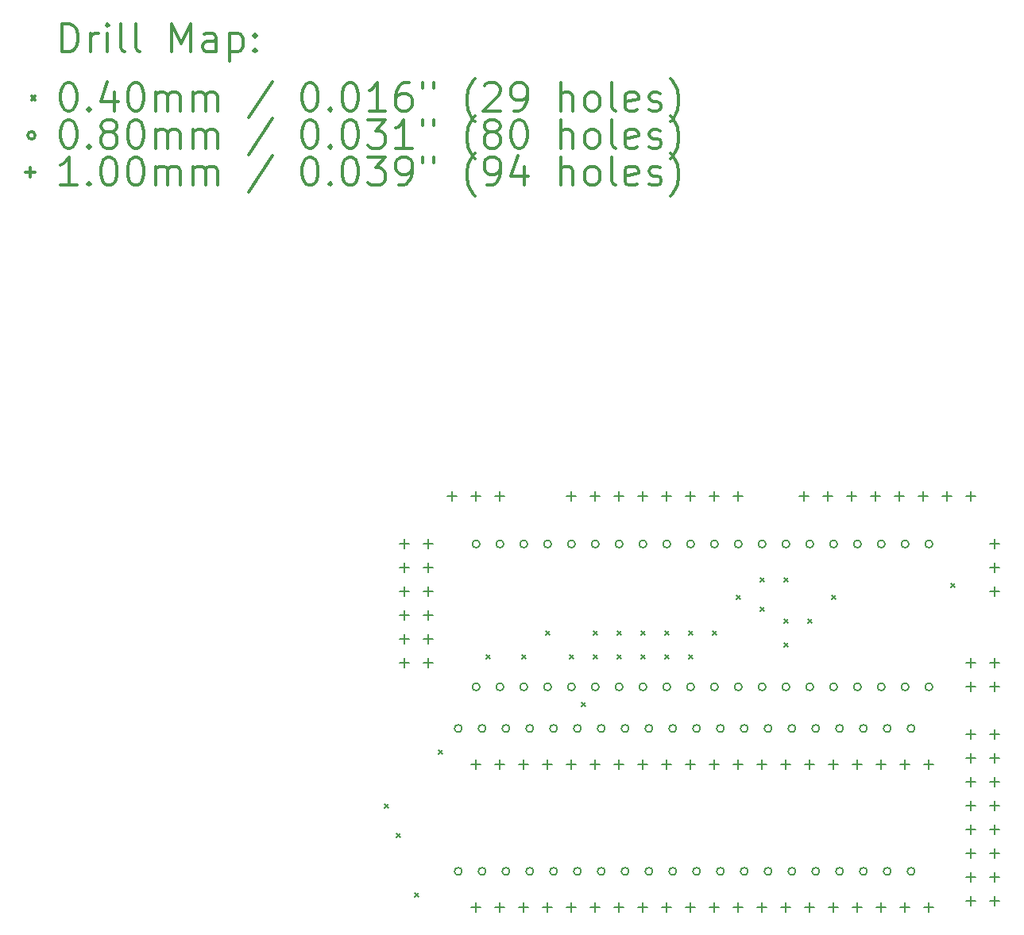
<source format=gbr>
%FSLAX45Y45*%
G04 Gerber Fmt 4.5, Leading zero omitted, Abs format (unit mm)*
G04 Created by KiCad (PCBNEW 5.0.2-bee76a0~70~ubuntu16.04.1) date nie, 9 cze 2019, 20:50:37*
%MOMM*%
%LPD*%
G01*
G04 APERTURE LIST*
%ADD10C,0.200000*%
%ADD11C,0.300000*%
G04 APERTURE END LIST*
D10*
X3726500Y-8489000D02*
X3766500Y-8529000D01*
X3766500Y-8489000D02*
X3726500Y-8529000D01*
X3853500Y-8806500D02*
X3893500Y-8846500D01*
X3893500Y-8806500D02*
X3853500Y-8846500D01*
X4044000Y-9441500D02*
X4084000Y-9481500D01*
X4084000Y-9441500D02*
X4044000Y-9481500D01*
X4298000Y-7917500D02*
X4338000Y-7957500D01*
X4338000Y-7917500D02*
X4298000Y-7957500D01*
X4806000Y-6901500D02*
X4846000Y-6941500D01*
X4846000Y-6901500D02*
X4806000Y-6941500D01*
X5187000Y-6901500D02*
X5227000Y-6941500D01*
X5227000Y-6901500D02*
X5187000Y-6941500D01*
X5441000Y-6647500D02*
X5481000Y-6687500D01*
X5481000Y-6647500D02*
X5441000Y-6687500D01*
X5695000Y-6901500D02*
X5735000Y-6941500D01*
X5735000Y-6901500D02*
X5695000Y-6941500D01*
X5822000Y-7409500D02*
X5862000Y-7449500D01*
X5862000Y-7409500D02*
X5822000Y-7449500D01*
X5949000Y-6647500D02*
X5989000Y-6687500D01*
X5989000Y-6647500D02*
X5949000Y-6687500D01*
X5949000Y-6901500D02*
X5989000Y-6941500D01*
X5989000Y-6901500D02*
X5949000Y-6941500D01*
X6203000Y-6647500D02*
X6243000Y-6687500D01*
X6243000Y-6647500D02*
X6203000Y-6687500D01*
X6203000Y-6901500D02*
X6243000Y-6941500D01*
X6243000Y-6901500D02*
X6203000Y-6941500D01*
X6457000Y-6647500D02*
X6497000Y-6687500D01*
X6497000Y-6647500D02*
X6457000Y-6687500D01*
X6457000Y-6901500D02*
X6497000Y-6941500D01*
X6497000Y-6901500D02*
X6457000Y-6941500D01*
X6711000Y-6647500D02*
X6751000Y-6687500D01*
X6751000Y-6647500D02*
X6711000Y-6687500D01*
X6711000Y-6901500D02*
X6751000Y-6941500D01*
X6751000Y-6901500D02*
X6711000Y-6941500D01*
X6965000Y-6647500D02*
X7005000Y-6687500D01*
X7005000Y-6647500D02*
X6965000Y-6687500D01*
X6965000Y-6901500D02*
X7005000Y-6941500D01*
X7005000Y-6901500D02*
X6965000Y-6941500D01*
X7219000Y-6647500D02*
X7259000Y-6687500D01*
X7259000Y-6647500D02*
X7219000Y-6687500D01*
X7473000Y-6266500D02*
X7513000Y-6306500D01*
X7513000Y-6266500D02*
X7473000Y-6306500D01*
X7727000Y-6076000D02*
X7767000Y-6116000D01*
X7767000Y-6076000D02*
X7727000Y-6116000D01*
X7727000Y-6393500D02*
X7767000Y-6433500D01*
X7767000Y-6393500D02*
X7727000Y-6433500D01*
X7981000Y-6076000D02*
X8021000Y-6116000D01*
X8021000Y-6076000D02*
X7981000Y-6116000D01*
X7981000Y-6520500D02*
X8021000Y-6560500D01*
X8021000Y-6520500D02*
X7981000Y-6560500D01*
X7981000Y-6774500D02*
X8021000Y-6814500D01*
X8021000Y-6774500D02*
X7981000Y-6814500D01*
X8235000Y-6520500D02*
X8275000Y-6560500D01*
X8275000Y-6520500D02*
X8235000Y-6560500D01*
X8489000Y-6266500D02*
X8529000Y-6306500D01*
X8529000Y-6266500D02*
X8489000Y-6306500D01*
X9759000Y-6139500D02*
X9799000Y-6179500D01*
X9799000Y-6139500D02*
X9759000Y-6179500D01*
X4548500Y-7683500D02*
G75*
G03X4548500Y-7683500I-40000J0D01*
G01*
X4548500Y-9207500D02*
G75*
G03X4548500Y-9207500I-40000J0D01*
G01*
X4802500Y-7683500D02*
G75*
G03X4802500Y-7683500I-40000J0D01*
G01*
X4802500Y-9207500D02*
G75*
G03X4802500Y-9207500I-40000J0D01*
G01*
X5056500Y-7683500D02*
G75*
G03X5056500Y-7683500I-40000J0D01*
G01*
X5056500Y-9207500D02*
G75*
G03X5056500Y-9207500I-40000J0D01*
G01*
X5310500Y-7683500D02*
G75*
G03X5310500Y-7683500I-40000J0D01*
G01*
X5310500Y-9207500D02*
G75*
G03X5310500Y-9207500I-40000J0D01*
G01*
X5564500Y-7683500D02*
G75*
G03X5564500Y-7683500I-40000J0D01*
G01*
X5564500Y-9207500D02*
G75*
G03X5564500Y-9207500I-40000J0D01*
G01*
X5818500Y-7683500D02*
G75*
G03X5818500Y-7683500I-40000J0D01*
G01*
X5818500Y-9207500D02*
G75*
G03X5818500Y-9207500I-40000J0D01*
G01*
X6072500Y-7683500D02*
G75*
G03X6072500Y-7683500I-40000J0D01*
G01*
X6072500Y-9207500D02*
G75*
G03X6072500Y-9207500I-40000J0D01*
G01*
X6326500Y-7683500D02*
G75*
G03X6326500Y-7683500I-40000J0D01*
G01*
X6326500Y-9207500D02*
G75*
G03X6326500Y-9207500I-40000J0D01*
G01*
X6580500Y-7683500D02*
G75*
G03X6580500Y-7683500I-40000J0D01*
G01*
X6580500Y-9207500D02*
G75*
G03X6580500Y-9207500I-40000J0D01*
G01*
X6834500Y-7683500D02*
G75*
G03X6834500Y-7683500I-40000J0D01*
G01*
X6834500Y-9207500D02*
G75*
G03X6834500Y-9207500I-40000J0D01*
G01*
X7088500Y-7683500D02*
G75*
G03X7088500Y-7683500I-40000J0D01*
G01*
X7088500Y-9207500D02*
G75*
G03X7088500Y-9207500I-40000J0D01*
G01*
X7342500Y-7683500D02*
G75*
G03X7342500Y-7683500I-40000J0D01*
G01*
X7342500Y-9207500D02*
G75*
G03X7342500Y-9207500I-40000J0D01*
G01*
X7596500Y-7683500D02*
G75*
G03X7596500Y-7683500I-40000J0D01*
G01*
X7596500Y-9207500D02*
G75*
G03X7596500Y-9207500I-40000J0D01*
G01*
X7850500Y-7683500D02*
G75*
G03X7850500Y-7683500I-40000J0D01*
G01*
X7850500Y-9207500D02*
G75*
G03X7850500Y-9207500I-40000J0D01*
G01*
X8104500Y-7683500D02*
G75*
G03X8104500Y-7683500I-40000J0D01*
G01*
X8104500Y-9207500D02*
G75*
G03X8104500Y-9207500I-40000J0D01*
G01*
X8358500Y-7683500D02*
G75*
G03X8358500Y-7683500I-40000J0D01*
G01*
X8358500Y-9207500D02*
G75*
G03X8358500Y-9207500I-40000J0D01*
G01*
X8612500Y-7683500D02*
G75*
G03X8612500Y-7683500I-40000J0D01*
G01*
X8612500Y-9207500D02*
G75*
G03X8612500Y-9207500I-40000J0D01*
G01*
X8866500Y-7683500D02*
G75*
G03X8866500Y-7683500I-40000J0D01*
G01*
X8866500Y-9207500D02*
G75*
G03X8866500Y-9207500I-40000J0D01*
G01*
X9120500Y-7683500D02*
G75*
G03X9120500Y-7683500I-40000J0D01*
G01*
X9120500Y-9207500D02*
G75*
G03X9120500Y-9207500I-40000J0D01*
G01*
X9374500Y-7683500D02*
G75*
G03X9374500Y-7683500I-40000J0D01*
G01*
X9374500Y-9207500D02*
G75*
G03X9374500Y-9207500I-40000J0D01*
G01*
X4739000Y-5715000D02*
G75*
G03X4739000Y-5715000I-40000J0D01*
G01*
X4739000Y-7239000D02*
G75*
G03X4739000Y-7239000I-40000J0D01*
G01*
X4993000Y-5715000D02*
G75*
G03X4993000Y-5715000I-40000J0D01*
G01*
X4993000Y-7239000D02*
G75*
G03X4993000Y-7239000I-40000J0D01*
G01*
X5247000Y-5715000D02*
G75*
G03X5247000Y-5715000I-40000J0D01*
G01*
X5247000Y-7239000D02*
G75*
G03X5247000Y-7239000I-40000J0D01*
G01*
X5501000Y-5715000D02*
G75*
G03X5501000Y-5715000I-40000J0D01*
G01*
X5501000Y-7239000D02*
G75*
G03X5501000Y-7239000I-40000J0D01*
G01*
X5755000Y-5715000D02*
G75*
G03X5755000Y-5715000I-40000J0D01*
G01*
X5755000Y-7239000D02*
G75*
G03X5755000Y-7239000I-40000J0D01*
G01*
X6009000Y-5715000D02*
G75*
G03X6009000Y-5715000I-40000J0D01*
G01*
X6009000Y-7239000D02*
G75*
G03X6009000Y-7239000I-40000J0D01*
G01*
X6263000Y-5715000D02*
G75*
G03X6263000Y-5715000I-40000J0D01*
G01*
X6263000Y-7239000D02*
G75*
G03X6263000Y-7239000I-40000J0D01*
G01*
X6517000Y-5715000D02*
G75*
G03X6517000Y-5715000I-40000J0D01*
G01*
X6517000Y-7239000D02*
G75*
G03X6517000Y-7239000I-40000J0D01*
G01*
X6771000Y-5715000D02*
G75*
G03X6771000Y-5715000I-40000J0D01*
G01*
X6771000Y-7239000D02*
G75*
G03X6771000Y-7239000I-40000J0D01*
G01*
X7025000Y-5715000D02*
G75*
G03X7025000Y-5715000I-40000J0D01*
G01*
X7025000Y-7239000D02*
G75*
G03X7025000Y-7239000I-40000J0D01*
G01*
X7279000Y-5715000D02*
G75*
G03X7279000Y-5715000I-40000J0D01*
G01*
X7279000Y-7239000D02*
G75*
G03X7279000Y-7239000I-40000J0D01*
G01*
X7533000Y-5715000D02*
G75*
G03X7533000Y-5715000I-40000J0D01*
G01*
X7533000Y-7239000D02*
G75*
G03X7533000Y-7239000I-40000J0D01*
G01*
X7787000Y-5715000D02*
G75*
G03X7787000Y-5715000I-40000J0D01*
G01*
X7787000Y-7239000D02*
G75*
G03X7787000Y-7239000I-40000J0D01*
G01*
X8041000Y-5715000D02*
G75*
G03X8041000Y-5715000I-40000J0D01*
G01*
X8041000Y-7239000D02*
G75*
G03X8041000Y-7239000I-40000J0D01*
G01*
X8295000Y-5715000D02*
G75*
G03X8295000Y-5715000I-40000J0D01*
G01*
X8295000Y-7239000D02*
G75*
G03X8295000Y-7239000I-40000J0D01*
G01*
X8549000Y-5715000D02*
G75*
G03X8549000Y-5715000I-40000J0D01*
G01*
X8549000Y-7239000D02*
G75*
G03X8549000Y-7239000I-40000J0D01*
G01*
X8803000Y-5715000D02*
G75*
G03X8803000Y-5715000I-40000J0D01*
G01*
X8803000Y-7239000D02*
G75*
G03X8803000Y-7239000I-40000J0D01*
G01*
X9057000Y-5715000D02*
G75*
G03X9057000Y-5715000I-40000J0D01*
G01*
X9057000Y-7239000D02*
G75*
G03X9057000Y-7239000I-40000J0D01*
G01*
X9311000Y-5715000D02*
G75*
G03X9311000Y-5715000I-40000J0D01*
G01*
X9311000Y-7239000D02*
G75*
G03X9311000Y-7239000I-40000J0D01*
G01*
X9565000Y-5715000D02*
G75*
G03X9565000Y-5715000I-40000J0D01*
G01*
X9565000Y-7239000D02*
G75*
G03X9565000Y-7239000I-40000J0D01*
G01*
X3937000Y-5665000D02*
X3937000Y-5765000D01*
X3887000Y-5715000D02*
X3987000Y-5715000D01*
X3937000Y-5919000D02*
X3937000Y-6019000D01*
X3887000Y-5969000D02*
X3987000Y-5969000D01*
X3937000Y-6173000D02*
X3937000Y-6273000D01*
X3887000Y-6223000D02*
X3987000Y-6223000D01*
X3937000Y-6427000D02*
X3937000Y-6527000D01*
X3887000Y-6477000D02*
X3987000Y-6477000D01*
X3937000Y-6681000D02*
X3937000Y-6781000D01*
X3887000Y-6731000D02*
X3987000Y-6731000D01*
X3937000Y-6935000D02*
X3937000Y-7035000D01*
X3887000Y-6985000D02*
X3987000Y-6985000D01*
X4191000Y-5665000D02*
X4191000Y-5765000D01*
X4141000Y-5715000D02*
X4241000Y-5715000D01*
X4191000Y-5919000D02*
X4191000Y-6019000D01*
X4141000Y-5969000D02*
X4241000Y-5969000D01*
X4191000Y-6173000D02*
X4191000Y-6273000D01*
X4141000Y-6223000D02*
X4241000Y-6223000D01*
X4191000Y-6427000D02*
X4191000Y-6527000D01*
X4141000Y-6477000D02*
X4241000Y-6477000D01*
X4191000Y-6681000D02*
X4191000Y-6781000D01*
X4141000Y-6731000D02*
X4241000Y-6731000D01*
X4191000Y-6935000D02*
X4191000Y-7035000D01*
X4141000Y-6985000D02*
X4241000Y-6985000D01*
X5715000Y-5157000D02*
X5715000Y-5257000D01*
X5665000Y-5207000D02*
X5765000Y-5207000D01*
X5969000Y-5157000D02*
X5969000Y-5257000D01*
X5919000Y-5207000D02*
X6019000Y-5207000D01*
X6223000Y-5157000D02*
X6223000Y-5257000D01*
X6173000Y-5207000D02*
X6273000Y-5207000D01*
X6477000Y-5157000D02*
X6477000Y-5257000D01*
X6427000Y-5207000D02*
X6527000Y-5207000D01*
X6731000Y-5157000D02*
X6731000Y-5257000D01*
X6681000Y-5207000D02*
X6781000Y-5207000D01*
X6985000Y-5157000D02*
X6985000Y-5257000D01*
X6935000Y-5207000D02*
X7035000Y-5207000D01*
X7239000Y-5157000D02*
X7239000Y-5257000D01*
X7189000Y-5207000D02*
X7289000Y-5207000D01*
X7493000Y-5157000D02*
X7493000Y-5257000D01*
X7443000Y-5207000D02*
X7543000Y-5207000D01*
X4699000Y-8014500D02*
X4699000Y-8114500D01*
X4649000Y-8064500D02*
X4749000Y-8064500D01*
X4953000Y-8014500D02*
X4953000Y-8114500D01*
X4903000Y-8064500D02*
X5003000Y-8064500D01*
X5207000Y-8014500D02*
X5207000Y-8114500D01*
X5157000Y-8064500D02*
X5257000Y-8064500D01*
X5461000Y-8014500D02*
X5461000Y-8114500D01*
X5411000Y-8064500D02*
X5511000Y-8064500D01*
X5715000Y-8014500D02*
X5715000Y-8114500D01*
X5665000Y-8064500D02*
X5765000Y-8064500D01*
X5969000Y-8014500D02*
X5969000Y-8114500D01*
X5919000Y-8064500D02*
X6019000Y-8064500D01*
X6223000Y-8014500D02*
X6223000Y-8114500D01*
X6173000Y-8064500D02*
X6273000Y-8064500D01*
X6477000Y-8014500D02*
X6477000Y-8114500D01*
X6427000Y-8064500D02*
X6527000Y-8064500D01*
X6731000Y-8014500D02*
X6731000Y-8114500D01*
X6681000Y-8064500D02*
X6781000Y-8064500D01*
X6985000Y-8014500D02*
X6985000Y-8114500D01*
X6935000Y-8064500D02*
X7035000Y-8064500D01*
X7239000Y-8014500D02*
X7239000Y-8114500D01*
X7189000Y-8064500D02*
X7289000Y-8064500D01*
X7493000Y-8014500D02*
X7493000Y-8114500D01*
X7443000Y-8064500D02*
X7543000Y-8064500D01*
X7747000Y-8014500D02*
X7747000Y-8114500D01*
X7697000Y-8064500D02*
X7797000Y-8064500D01*
X8001000Y-8014500D02*
X8001000Y-8114500D01*
X7951000Y-8064500D02*
X8051000Y-8064500D01*
X8255000Y-8014500D02*
X8255000Y-8114500D01*
X8205000Y-8064500D02*
X8305000Y-8064500D01*
X8509000Y-8014500D02*
X8509000Y-8114500D01*
X8459000Y-8064500D02*
X8559000Y-8064500D01*
X8763000Y-8014500D02*
X8763000Y-8114500D01*
X8713000Y-8064500D02*
X8813000Y-8064500D01*
X9017000Y-8014500D02*
X9017000Y-8114500D01*
X8967000Y-8064500D02*
X9067000Y-8064500D01*
X9271000Y-8014500D02*
X9271000Y-8114500D01*
X9221000Y-8064500D02*
X9321000Y-8064500D01*
X9525000Y-8014500D02*
X9525000Y-8114500D01*
X9475000Y-8064500D02*
X9575000Y-8064500D01*
X9969500Y-7697000D02*
X9969500Y-7797000D01*
X9919500Y-7747000D02*
X10019500Y-7747000D01*
X9969500Y-7951000D02*
X9969500Y-8051000D01*
X9919500Y-8001000D02*
X10019500Y-8001000D01*
X9969500Y-8205000D02*
X9969500Y-8305000D01*
X9919500Y-8255000D02*
X10019500Y-8255000D01*
X9969500Y-8459000D02*
X9969500Y-8559000D01*
X9919500Y-8509000D02*
X10019500Y-8509000D01*
X9969500Y-8713000D02*
X9969500Y-8813000D01*
X9919500Y-8763000D02*
X10019500Y-8763000D01*
X9969500Y-8967000D02*
X9969500Y-9067000D01*
X9919500Y-9017000D02*
X10019500Y-9017000D01*
X9969500Y-9221000D02*
X9969500Y-9321000D01*
X9919500Y-9271000D02*
X10019500Y-9271000D01*
X9969500Y-9475000D02*
X9969500Y-9575000D01*
X9919500Y-9525000D02*
X10019500Y-9525000D01*
X10223500Y-7697000D02*
X10223500Y-7797000D01*
X10173500Y-7747000D02*
X10273500Y-7747000D01*
X10223500Y-7951000D02*
X10223500Y-8051000D01*
X10173500Y-8001000D02*
X10273500Y-8001000D01*
X10223500Y-8205000D02*
X10223500Y-8305000D01*
X10173500Y-8255000D02*
X10273500Y-8255000D01*
X10223500Y-8459000D02*
X10223500Y-8559000D01*
X10173500Y-8509000D02*
X10273500Y-8509000D01*
X10223500Y-8713000D02*
X10223500Y-8813000D01*
X10173500Y-8763000D02*
X10273500Y-8763000D01*
X10223500Y-8967000D02*
X10223500Y-9067000D01*
X10173500Y-9017000D02*
X10273500Y-9017000D01*
X10223500Y-9221000D02*
X10223500Y-9321000D01*
X10173500Y-9271000D02*
X10273500Y-9271000D01*
X10223500Y-9475000D02*
X10223500Y-9575000D01*
X10173500Y-9525000D02*
X10273500Y-9525000D01*
X10223500Y-5665000D02*
X10223500Y-5765000D01*
X10173500Y-5715000D02*
X10273500Y-5715000D01*
X10223500Y-5919000D02*
X10223500Y-6019000D01*
X10173500Y-5969000D02*
X10273500Y-5969000D01*
X10223500Y-6173000D02*
X10223500Y-6273000D01*
X10173500Y-6223000D02*
X10273500Y-6223000D01*
X8191500Y-5157000D02*
X8191500Y-5257000D01*
X8141500Y-5207000D02*
X8241500Y-5207000D01*
X8445500Y-5157000D02*
X8445500Y-5257000D01*
X8395500Y-5207000D02*
X8495500Y-5207000D01*
X8699500Y-5157000D02*
X8699500Y-5257000D01*
X8649500Y-5207000D02*
X8749500Y-5207000D01*
X8953500Y-5157000D02*
X8953500Y-5257000D01*
X8903500Y-5207000D02*
X9003500Y-5207000D01*
X9207500Y-5157000D02*
X9207500Y-5257000D01*
X9157500Y-5207000D02*
X9257500Y-5207000D01*
X9461500Y-5157000D02*
X9461500Y-5257000D01*
X9411500Y-5207000D02*
X9511500Y-5207000D01*
X9715500Y-5157000D02*
X9715500Y-5257000D01*
X9665500Y-5207000D02*
X9765500Y-5207000D01*
X9969500Y-5157000D02*
X9969500Y-5257000D01*
X9919500Y-5207000D02*
X10019500Y-5207000D01*
X4699000Y-9538500D02*
X4699000Y-9638500D01*
X4649000Y-9588500D02*
X4749000Y-9588500D01*
X4953000Y-9538500D02*
X4953000Y-9638500D01*
X4903000Y-9588500D02*
X5003000Y-9588500D01*
X5207000Y-9538500D02*
X5207000Y-9638500D01*
X5157000Y-9588500D02*
X5257000Y-9588500D01*
X5461000Y-9538500D02*
X5461000Y-9638500D01*
X5411000Y-9588500D02*
X5511000Y-9588500D01*
X5715000Y-9538500D02*
X5715000Y-9638500D01*
X5665000Y-9588500D02*
X5765000Y-9588500D01*
X5969000Y-9538500D02*
X5969000Y-9638500D01*
X5919000Y-9588500D02*
X6019000Y-9588500D01*
X6223000Y-9538500D02*
X6223000Y-9638500D01*
X6173000Y-9588500D02*
X6273000Y-9588500D01*
X6477000Y-9538500D02*
X6477000Y-9638500D01*
X6427000Y-9588500D02*
X6527000Y-9588500D01*
X6731000Y-9538500D02*
X6731000Y-9638500D01*
X6681000Y-9588500D02*
X6781000Y-9588500D01*
X6985000Y-9538500D02*
X6985000Y-9638500D01*
X6935000Y-9588500D02*
X7035000Y-9588500D01*
X7239000Y-9538500D02*
X7239000Y-9638500D01*
X7189000Y-9588500D02*
X7289000Y-9588500D01*
X7493000Y-9538500D02*
X7493000Y-9638500D01*
X7443000Y-9588500D02*
X7543000Y-9588500D01*
X7747000Y-9538500D02*
X7747000Y-9638500D01*
X7697000Y-9588500D02*
X7797000Y-9588500D01*
X8001000Y-9538500D02*
X8001000Y-9638500D01*
X7951000Y-9588500D02*
X8051000Y-9588500D01*
X8255000Y-9538500D02*
X8255000Y-9638500D01*
X8205000Y-9588500D02*
X8305000Y-9588500D01*
X8509000Y-9538500D02*
X8509000Y-9638500D01*
X8459000Y-9588500D02*
X8559000Y-9588500D01*
X8763000Y-9538500D02*
X8763000Y-9638500D01*
X8713000Y-9588500D02*
X8813000Y-9588500D01*
X9017000Y-9538500D02*
X9017000Y-9638500D01*
X8967000Y-9588500D02*
X9067000Y-9588500D01*
X9271000Y-9538500D02*
X9271000Y-9638500D01*
X9221000Y-9588500D02*
X9321000Y-9588500D01*
X9525000Y-9538500D02*
X9525000Y-9638500D01*
X9475000Y-9588500D02*
X9575000Y-9588500D01*
X9969500Y-6935000D02*
X9969500Y-7035000D01*
X9919500Y-6985000D02*
X10019500Y-6985000D01*
X9969500Y-7189000D02*
X9969500Y-7289000D01*
X9919500Y-7239000D02*
X10019500Y-7239000D01*
X10223500Y-6935000D02*
X10223500Y-7035000D01*
X10173500Y-6985000D02*
X10273500Y-6985000D01*
X10223500Y-7189000D02*
X10223500Y-7289000D01*
X10173500Y-7239000D02*
X10273500Y-7239000D01*
X4445000Y-5157000D02*
X4445000Y-5257000D01*
X4395000Y-5207000D02*
X4495000Y-5207000D01*
X4699000Y-5157000D02*
X4699000Y-5257000D01*
X4649000Y-5207000D02*
X4749000Y-5207000D01*
X4953000Y-5157000D02*
X4953000Y-5257000D01*
X4903000Y-5207000D02*
X5003000Y-5207000D01*
D11*
X286429Y-465714D02*
X286429Y-165714D01*
X357857Y-165714D01*
X400714Y-180000D01*
X429286Y-208571D01*
X443571Y-237143D01*
X457857Y-294286D01*
X457857Y-337143D01*
X443571Y-394286D01*
X429286Y-422857D01*
X400714Y-451428D01*
X357857Y-465714D01*
X286429Y-465714D01*
X586429Y-465714D02*
X586429Y-265714D01*
X586429Y-322857D02*
X600714Y-294286D01*
X615000Y-280000D01*
X643571Y-265714D01*
X672143Y-265714D01*
X772143Y-465714D02*
X772143Y-265714D01*
X772143Y-165714D02*
X757857Y-180000D01*
X772143Y-194286D01*
X786428Y-180000D01*
X772143Y-165714D01*
X772143Y-194286D01*
X957857Y-465714D02*
X929286Y-451428D01*
X915000Y-422857D01*
X915000Y-165714D01*
X1115000Y-465714D02*
X1086429Y-451428D01*
X1072143Y-422857D01*
X1072143Y-165714D01*
X1457857Y-465714D02*
X1457857Y-165714D01*
X1557857Y-380000D01*
X1657857Y-165714D01*
X1657857Y-465714D01*
X1929286Y-465714D02*
X1929286Y-308571D01*
X1915000Y-280000D01*
X1886428Y-265714D01*
X1829286Y-265714D01*
X1800714Y-280000D01*
X1929286Y-451428D02*
X1900714Y-465714D01*
X1829286Y-465714D01*
X1800714Y-451428D01*
X1786428Y-422857D01*
X1786428Y-394286D01*
X1800714Y-365714D01*
X1829286Y-351428D01*
X1900714Y-351428D01*
X1929286Y-337143D01*
X2072143Y-265714D02*
X2072143Y-565714D01*
X2072143Y-280000D02*
X2100714Y-265714D01*
X2157857Y-265714D01*
X2186429Y-280000D01*
X2200714Y-294286D01*
X2215000Y-322857D01*
X2215000Y-408571D01*
X2200714Y-437143D01*
X2186429Y-451428D01*
X2157857Y-465714D01*
X2100714Y-465714D01*
X2072143Y-451428D01*
X2343571Y-437143D02*
X2357857Y-451428D01*
X2343571Y-465714D01*
X2329286Y-451428D01*
X2343571Y-437143D01*
X2343571Y-465714D01*
X2343571Y-280000D02*
X2357857Y-294286D01*
X2343571Y-308571D01*
X2329286Y-294286D01*
X2343571Y-280000D01*
X2343571Y-308571D01*
X-40000Y-940000D02*
X0Y-980000D01*
X0Y-940000D02*
X-40000Y-980000D01*
X343571Y-795714D02*
X372143Y-795714D01*
X400714Y-810000D01*
X415000Y-824286D01*
X429286Y-852857D01*
X443571Y-910000D01*
X443571Y-981428D01*
X429286Y-1038571D01*
X415000Y-1067143D01*
X400714Y-1081429D01*
X372143Y-1095714D01*
X343571Y-1095714D01*
X315000Y-1081429D01*
X300714Y-1067143D01*
X286429Y-1038571D01*
X272143Y-981428D01*
X272143Y-910000D01*
X286429Y-852857D01*
X300714Y-824286D01*
X315000Y-810000D01*
X343571Y-795714D01*
X572143Y-1067143D02*
X586429Y-1081429D01*
X572143Y-1095714D01*
X557857Y-1081429D01*
X572143Y-1067143D01*
X572143Y-1095714D01*
X843571Y-895714D02*
X843571Y-1095714D01*
X772143Y-781428D02*
X700714Y-995714D01*
X886428Y-995714D01*
X1057857Y-795714D02*
X1086429Y-795714D01*
X1115000Y-810000D01*
X1129286Y-824286D01*
X1143571Y-852857D01*
X1157857Y-910000D01*
X1157857Y-981428D01*
X1143571Y-1038571D01*
X1129286Y-1067143D01*
X1115000Y-1081429D01*
X1086429Y-1095714D01*
X1057857Y-1095714D01*
X1029286Y-1081429D01*
X1015000Y-1067143D01*
X1000714Y-1038571D01*
X986428Y-981428D01*
X986428Y-910000D01*
X1000714Y-852857D01*
X1015000Y-824286D01*
X1029286Y-810000D01*
X1057857Y-795714D01*
X1286429Y-1095714D02*
X1286429Y-895714D01*
X1286429Y-924286D02*
X1300714Y-910000D01*
X1329286Y-895714D01*
X1372143Y-895714D01*
X1400714Y-910000D01*
X1415000Y-938571D01*
X1415000Y-1095714D01*
X1415000Y-938571D02*
X1429286Y-910000D01*
X1457857Y-895714D01*
X1500714Y-895714D01*
X1529286Y-910000D01*
X1543571Y-938571D01*
X1543571Y-1095714D01*
X1686428Y-1095714D02*
X1686428Y-895714D01*
X1686428Y-924286D02*
X1700714Y-910000D01*
X1729286Y-895714D01*
X1772143Y-895714D01*
X1800714Y-910000D01*
X1815000Y-938571D01*
X1815000Y-1095714D01*
X1815000Y-938571D02*
X1829286Y-910000D01*
X1857857Y-895714D01*
X1900714Y-895714D01*
X1929286Y-910000D01*
X1943571Y-938571D01*
X1943571Y-1095714D01*
X2529286Y-781428D02*
X2272143Y-1167143D01*
X2915000Y-795714D02*
X2943571Y-795714D01*
X2972143Y-810000D01*
X2986428Y-824286D01*
X3000714Y-852857D01*
X3015000Y-910000D01*
X3015000Y-981428D01*
X3000714Y-1038571D01*
X2986428Y-1067143D01*
X2972143Y-1081429D01*
X2943571Y-1095714D01*
X2915000Y-1095714D01*
X2886428Y-1081429D01*
X2872143Y-1067143D01*
X2857857Y-1038571D01*
X2843571Y-981428D01*
X2843571Y-910000D01*
X2857857Y-852857D01*
X2872143Y-824286D01*
X2886428Y-810000D01*
X2915000Y-795714D01*
X3143571Y-1067143D02*
X3157857Y-1081429D01*
X3143571Y-1095714D01*
X3129286Y-1081429D01*
X3143571Y-1067143D01*
X3143571Y-1095714D01*
X3343571Y-795714D02*
X3372143Y-795714D01*
X3400714Y-810000D01*
X3415000Y-824286D01*
X3429286Y-852857D01*
X3443571Y-910000D01*
X3443571Y-981428D01*
X3429286Y-1038571D01*
X3415000Y-1067143D01*
X3400714Y-1081429D01*
X3372143Y-1095714D01*
X3343571Y-1095714D01*
X3315000Y-1081429D01*
X3300714Y-1067143D01*
X3286428Y-1038571D01*
X3272143Y-981428D01*
X3272143Y-910000D01*
X3286428Y-852857D01*
X3300714Y-824286D01*
X3315000Y-810000D01*
X3343571Y-795714D01*
X3729286Y-1095714D02*
X3557857Y-1095714D01*
X3643571Y-1095714D02*
X3643571Y-795714D01*
X3615000Y-838571D01*
X3586428Y-867143D01*
X3557857Y-881428D01*
X3986428Y-795714D02*
X3929286Y-795714D01*
X3900714Y-810000D01*
X3886428Y-824286D01*
X3857857Y-867143D01*
X3843571Y-924286D01*
X3843571Y-1038571D01*
X3857857Y-1067143D01*
X3872143Y-1081429D01*
X3900714Y-1095714D01*
X3957857Y-1095714D01*
X3986428Y-1081429D01*
X4000714Y-1067143D01*
X4015000Y-1038571D01*
X4015000Y-967143D01*
X4000714Y-938571D01*
X3986428Y-924286D01*
X3957857Y-910000D01*
X3900714Y-910000D01*
X3872143Y-924286D01*
X3857857Y-938571D01*
X3843571Y-967143D01*
X4129286Y-795714D02*
X4129286Y-852857D01*
X4243571Y-795714D02*
X4243571Y-852857D01*
X4686429Y-1210000D02*
X4672143Y-1195714D01*
X4643571Y-1152857D01*
X4629286Y-1124286D01*
X4615000Y-1081429D01*
X4600714Y-1010000D01*
X4600714Y-952857D01*
X4615000Y-881428D01*
X4629286Y-838571D01*
X4643571Y-810000D01*
X4672143Y-767143D01*
X4686429Y-752857D01*
X4786429Y-824286D02*
X4800714Y-810000D01*
X4829286Y-795714D01*
X4900714Y-795714D01*
X4929286Y-810000D01*
X4943571Y-824286D01*
X4957857Y-852857D01*
X4957857Y-881428D01*
X4943571Y-924286D01*
X4772143Y-1095714D01*
X4957857Y-1095714D01*
X5100714Y-1095714D02*
X5157857Y-1095714D01*
X5186429Y-1081429D01*
X5200714Y-1067143D01*
X5229286Y-1024286D01*
X5243571Y-967143D01*
X5243571Y-852857D01*
X5229286Y-824286D01*
X5215000Y-810000D01*
X5186429Y-795714D01*
X5129286Y-795714D01*
X5100714Y-810000D01*
X5086429Y-824286D01*
X5072143Y-852857D01*
X5072143Y-924286D01*
X5086429Y-952857D01*
X5100714Y-967143D01*
X5129286Y-981428D01*
X5186429Y-981428D01*
X5215000Y-967143D01*
X5229286Y-952857D01*
X5243571Y-924286D01*
X5600714Y-1095714D02*
X5600714Y-795714D01*
X5729286Y-1095714D02*
X5729286Y-938571D01*
X5715000Y-910000D01*
X5686428Y-895714D01*
X5643571Y-895714D01*
X5615000Y-910000D01*
X5600714Y-924286D01*
X5915000Y-1095714D02*
X5886428Y-1081429D01*
X5872143Y-1067143D01*
X5857857Y-1038571D01*
X5857857Y-952857D01*
X5872143Y-924286D01*
X5886428Y-910000D01*
X5915000Y-895714D01*
X5957857Y-895714D01*
X5986428Y-910000D01*
X6000714Y-924286D01*
X6015000Y-952857D01*
X6015000Y-1038571D01*
X6000714Y-1067143D01*
X5986428Y-1081429D01*
X5957857Y-1095714D01*
X5915000Y-1095714D01*
X6186428Y-1095714D02*
X6157857Y-1081429D01*
X6143571Y-1052857D01*
X6143571Y-795714D01*
X6415000Y-1081429D02*
X6386428Y-1095714D01*
X6329286Y-1095714D01*
X6300714Y-1081429D01*
X6286428Y-1052857D01*
X6286428Y-938571D01*
X6300714Y-910000D01*
X6329286Y-895714D01*
X6386428Y-895714D01*
X6415000Y-910000D01*
X6429286Y-938571D01*
X6429286Y-967143D01*
X6286428Y-995714D01*
X6543571Y-1081429D02*
X6572143Y-1095714D01*
X6629286Y-1095714D01*
X6657857Y-1081429D01*
X6672143Y-1052857D01*
X6672143Y-1038571D01*
X6657857Y-1010000D01*
X6629286Y-995714D01*
X6586428Y-995714D01*
X6557857Y-981428D01*
X6543571Y-952857D01*
X6543571Y-938571D01*
X6557857Y-910000D01*
X6586428Y-895714D01*
X6629286Y-895714D01*
X6657857Y-910000D01*
X6772143Y-1210000D02*
X6786428Y-1195714D01*
X6815000Y-1152857D01*
X6829286Y-1124286D01*
X6843571Y-1081429D01*
X6857857Y-1010000D01*
X6857857Y-952857D01*
X6843571Y-881428D01*
X6829286Y-838571D01*
X6815000Y-810000D01*
X6786428Y-767143D01*
X6772143Y-752857D01*
X0Y-1356000D02*
G75*
G03X0Y-1356000I-40000J0D01*
G01*
X343571Y-1191714D02*
X372143Y-1191714D01*
X400714Y-1206000D01*
X415000Y-1220286D01*
X429286Y-1248857D01*
X443571Y-1306000D01*
X443571Y-1377429D01*
X429286Y-1434571D01*
X415000Y-1463143D01*
X400714Y-1477428D01*
X372143Y-1491714D01*
X343571Y-1491714D01*
X315000Y-1477428D01*
X300714Y-1463143D01*
X286429Y-1434571D01*
X272143Y-1377429D01*
X272143Y-1306000D01*
X286429Y-1248857D01*
X300714Y-1220286D01*
X315000Y-1206000D01*
X343571Y-1191714D01*
X572143Y-1463143D02*
X586429Y-1477428D01*
X572143Y-1491714D01*
X557857Y-1477428D01*
X572143Y-1463143D01*
X572143Y-1491714D01*
X757857Y-1320286D02*
X729286Y-1306000D01*
X715000Y-1291714D01*
X700714Y-1263143D01*
X700714Y-1248857D01*
X715000Y-1220286D01*
X729286Y-1206000D01*
X757857Y-1191714D01*
X815000Y-1191714D01*
X843571Y-1206000D01*
X857857Y-1220286D01*
X872143Y-1248857D01*
X872143Y-1263143D01*
X857857Y-1291714D01*
X843571Y-1306000D01*
X815000Y-1320286D01*
X757857Y-1320286D01*
X729286Y-1334571D01*
X715000Y-1348857D01*
X700714Y-1377429D01*
X700714Y-1434571D01*
X715000Y-1463143D01*
X729286Y-1477428D01*
X757857Y-1491714D01*
X815000Y-1491714D01*
X843571Y-1477428D01*
X857857Y-1463143D01*
X872143Y-1434571D01*
X872143Y-1377429D01*
X857857Y-1348857D01*
X843571Y-1334571D01*
X815000Y-1320286D01*
X1057857Y-1191714D02*
X1086429Y-1191714D01*
X1115000Y-1206000D01*
X1129286Y-1220286D01*
X1143571Y-1248857D01*
X1157857Y-1306000D01*
X1157857Y-1377429D01*
X1143571Y-1434571D01*
X1129286Y-1463143D01*
X1115000Y-1477428D01*
X1086429Y-1491714D01*
X1057857Y-1491714D01*
X1029286Y-1477428D01*
X1015000Y-1463143D01*
X1000714Y-1434571D01*
X986428Y-1377429D01*
X986428Y-1306000D01*
X1000714Y-1248857D01*
X1015000Y-1220286D01*
X1029286Y-1206000D01*
X1057857Y-1191714D01*
X1286429Y-1491714D02*
X1286429Y-1291714D01*
X1286429Y-1320286D02*
X1300714Y-1306000D01*
X1329286Y-1291714D01*
X1372143Y-1291714D01*
X1400714Y-1306000D01*
X1415000Y-1334571D01*
X1415000Y-1491714D01*
X1415000Y-1334571D02*
X1429286Y-1306000D01*
X1457857Y-1291714D01*
X1500714Y-1291714D01*
X1529286Y-1306000D01*
X1543571Y-1334571D01*
X1543571Y-1491714D01*
X1686428Y-1491714D02*
X1686428Y-1291714D01*
X1686428Y-1320286D02*
X1700714Y-1306000D01*
X1729286Y-1291714D01*
X1772143Y-1291714D01*
X1800714Y-1306000D01*
X1815000Y-1334571D01*
X1815000Y-1491714D01*
X1815000Y-1334571D02*
X1829286Y-1306000D01*
X1857857Y-1291714D01*
X1900714Y-1291714D01*
X1929286Y-1306000D01*
X1943571Y-1334571D01*
X1943571Y-1491714D01*
X2529286Y-1177429D02*
X2272143Y-1563143D01*
X2915000Y-1191714D02*
X2943571Y-1191714D01*
X2972143Y-1206000D01*
X2986428Y-1220286D01*
X3000714Y-1248857D01*
X3015000Y-1306000D01*
X3015000Y-1377429D01*
X3000714Y-1434571D01*
X2986428Y-1463143D01*
X2972143Y-1477428D01*
X2943571Y-1491714D01*
X2915000Y-1491714D01*
X2886428Y-1477428D01*
X2872143Y-1463143D01*
X2857857Y-1434571D01*
X2843571Y-1377429D01*
X2843571Y-1306000D01*
X2857857Y-1248857D01*
X2872143Y-1220286D01*
X2886428Y-1206000D01*
X2915000Y-1191714D01*
X3143571Y-1463143D02*
X3157857Y-1477428D01*
X3143571Y-1491714D01*
X3129286Y-1477428D01*
X3143571Y-1463143D01*
X3143571Y-1491714D01*
X3343571Y-1191714D02*
X3372143Y-1191714D01*
X3400714Y-1206000D01*
X3415000Y-1220286D01*
X3429286Y-1248857D01*
X3443571Y-1306000D01*
X3443571Y-1377429D01*
X3429286Y-1434571D01*
X3415000Y-1463143D01*
X3400714Y-1477428D01*
X3372143Y-1491714D01*
X3343571Y-1491714D01*
X3315000Y-1477428D01*
X3300714Y-1463143D01*
X3286428Y-1434571D01*
X3272143Y-1377429D01*
X3272143Y-1306000D01*
X3286428Y-1248857D01*
X3300714Y-1220286D01*
X3315000Y-1206000D01*
X3343571Y-1191714D01*
X3543571Y-1191714D02*
X3729286Y-1191714D01*
X3629286Y-1306000D01*
X3672143Y-1306000D01*
X3700714Y-1320286D01*
X3715000Y-1334571D01*
X3729286Y-1363143D01*
X3729286Y-1434571D01*
X3715000Y-1463143D01*
X3700714Y-1477428D01*
X3672143Y-1491714D01*
X3586428Y-1491714D01*
X3557857Y-1477428D01*
X3543571Y-1463143D01*
X4015000Y-1491714D02*
X3843571Y-1491714D01*
X3929286Y-1491714D02*
X3929286Y-1191714D01*
X3900714Y-1234571D01*
X3872143Y-1263143D01*
X3843571Y-1277429D01*
X4129286Y-1191714D02*
X4129286Y-1248857D01*
X4243571Y-1191714D02*
X4243571Y-1248857D01*
X4686429Y-1606000D02*
X4672143Y-1591714D01*
X4643571Y-1548857D01*
X4629286Y-1520286D01*
X4615000Y-1477428D01*
X4600714Y-1406000D01*
X4600714Y-1348857D01*
X4615000Y-1277429D01*
X4629286Y-1234571D01*
X4643571Y-1206000D01*
X4672143Y-1163143D01*
X4686429Y-1148857D01*
X4843571Y-1320286D02*
X4815000Y-1306000D01*
X4800714Y-1291714D01*
X4786429Y-1263143D01*
X4786429Y-1248857D01*
X4800714Y-1220286D01*
X4815000Y-1206000D01*
X4843571Y-1191714D01*
X4900714Y-1191714D01*
X4929286Y-1206000D01*
X4943571Y-1220286D01*
X4957857Y-1248857D01*
X4957857Y-1263143D01*
X4943571Y-1291714D01*
X4929286Y-1306000D01*
X4900714Y-1320286D01*
X4843571Y-1320286D01*
X4815000Y-1334571D01*
X4800714Y-1348857D01*
X4786429Y-1377429D01*
X4786429Y-1434571D01*
X4800714Y-1463143D01*
X4815000Y-1477428D01*
X4843571Y-1491714D01*
X4900714Y-1491714D01*
X4929286Y-1477428D01*
X4943571Y-1463143D01*
X4957857Y-1434571D01*
X4957857Y-1377429D01*
X4943571Y-1348857D01*
X4929286Y-1334571D01*
X4900714Y-1320286D01*
X5143571Y-1191714D02*
X5172143Y-1191714D01*
X5200714Y-1206000D01*
X5215000Y-1220286D01*
X5229286Y-1248857D01*
X5243571Y-1306000D01*
X5243571Y-1377429D01*
X5229286Y-1434571D01*
X5215000Y-1463143D01*
X5200714Y-1477428D01*
X5172143Y-1491714D01*
X5143571Y-1491714D01*
X5115000Y-1477428D01*
X5100714Y-1463143D01*
X5086429Y-1434571D01*
X5072143Y-1377429D01*
X5072143Y-1306000D01*
X5086429Y-1248857D01*
X5100714Y-1220286D01*
X5115000Y-1206000D01*
X5143571Y-1191714D01*
X5600714Y-1491714D02*
X5600714Y-1191714D01*
X5729286Y-1491714D02*
X5729286Y-1334571D01*
X5715000Y-1306000D01*
X5686428Y-1291714D01*
X5643571Y-1291714D01*
X5615000Y-1306000D01*
X5600714Y-1320286D01*
X5915000Y-1491714D02*
X5886428Y-1477428D01*
X5872143Y-1463143D01*
X5857857Y-1434571D01*
X5857857Y-1348857D01*
X5872143Y-1320286D01*
X5886428Y-1306000D01*
X5915000Y-1291714D01*
X5957857Y-1291714D01*
X5986428Y-1306000D01*
X6000714Y-1320286D01*
X6015000Y-1348857D01*
X6015000Y-1434571D01*
X6000714Y-1463143D01*
X5986428Y-1477428D01*
X5957857Y-1491714D01*
X5915000Y-1491714D01*
X6186428Y-1491714D02*
X6157857Y-1477428D01*
X6143571Y-1448857D01*
X6143571Y-1191714D01*
X6415000Y-1477428D02*
X6386428Y-1491714D01*
X6329286Y-1491714D01*
X6300714Y-1477428D01*
X6286428Y-1448857D01*
X6286428Y-1334571D01*
X6300714Y-1306000D01*
X6329286Y-1291714D01*
X6386428Y-1291714D01*
X6415000Y-1306000D01*
X6429286Y-1334571D01*
X6429286Y-1363143D01*
X6286428Y-1391714D01*
X6543571Y-1477428D02*
X6572143Y-1491714D01*
X6629286Y-1491714D01*
X6657857Y-1477428D01*
X6672143Y-1448857D01*
X6672143Y-1434571D01*
X6657857Y-1406000D01*
X6629286Y-1391714D01*
X6586428Y-1391714D01*
X6557857Y-1377429D01*
X6543571Y-1348857D01*
X6543571Y-1334571D01*
X6557857Y-1306000D01*
X6586428Y-1291714D01*
X6629286Y-1291714D01*
X6657857Y-1306000D01*
X6772143Y-1606000D02*
X6786428Y-1591714D01*
X6815000Y-1548857D01*
X6829286Y-1520286D01*
X6843571Y-1477428D01*
X6857857Y-1406000D01*
X6857857Y-1348857D01*
X6843571Y-1277429D01*
X6829286Y-1234571D01*
X6815000Y-1206000D01*
X6786428Y-1163143D01*
X6772143Y-1148857D01*
X-50000Y-1702000D02*
X-50000Y-1802000D01*
X-100000Y-1752000D02*
X0Y-1752000D01*
X443571Y-1887714D02*
X272143Y-1887714D01*
X357857Y-1887714D02*
X357857Y-1587714D01*
X329286Y-1630571D01*
X300714Y-1659143D01*
X272143Y-1673428D01*
X572143Y-1859143D02*
X586429Y-1873428D01*
X572143Y-1887714D01*
X557857Y-1873428D01*
X572143Y-1859143D01*
X572143Y-1887714D01*
X772143Y-1587714D02*
X800714Y-1587714D01*
X829286Y-1602000D01*
X843571Y-1616286D01*
X857857Y-1644857D01*
X872143Y-1702000D01*
X872143Y-1773428D01*
X857857Y-1830571D01*
X843571Y-1859143D01*
X829286Y-1873428D01*
X800714Y-1887714D01*
X772143Y-1887714D01*
X743571Y-1873428D01*
X729286Y-1859143D01*
X715000Y-1830571D01*
X700714Y-1773428D01*
X700714Y-1702000D01*
X715000Y-1644857D01*
X729286Y-1616286D01*
X743571Y-1602000D01*
X772143Y-1587714D01*
X1057857Y-1587714D02*
X1086429Y-1587714D01*
X1115000Y-1602000D01*
X1129286Y-1616286D01*
X1143571Y-1644857D01*
X1157857Y-1702000D01*
X1157857Y-1773428D01*
X1143571Y-1830571D01*
X1129286Y-1859143D01*
X1115000Y-1873428D01*
X1086429Y-1887714D01*
X1057857Y-1887714D01*
X1029286Y-1873428D01*
X1015000Y-1859143D01*
X1000714Y-1830571D01*
X986428Y-1773428D01*
X986428Y-1702000D01*
X1000714Y-1644857D01*
X1015000Y-1616286D01*
X1029286Y-1602000D01*
X1057857Y-1587714D01*
X1286429Y-1887714D02*
X1286429Y-1687714D01*
X1286429Y-1716286D02*
X1300714Y-1702000D01*
X1329286Y-1687714D01*
X1372143Y-1687714D01*
X1400714Y-1702000D01*
X1415000Y-1730571D01*
X1415000Y-1887714D01*
X1415000Y-1730571D02*
X1429286Y-1702000D01*
X1457857Y-1687714D01*
X1500714Y-1687714D01*
X1529286Y-1702000D01*
X1543571Y-1730571D01*
X1543571Y-1887714D01*
X1686428Y-1887714D02*
X1686428Y-1687714D01*
X1686428Y-1716286D02*
X1700714Y-1702000D01*
X1729286Y-1687714D01*
X1772143Y-1687714D01*
X1800714Y-1702000D01*
X1815000Y-1730571D01*
X1815000Y-1887714D01*
X1815000Y-1730571D02*
X1829286Y-1702000D01*
X1857857Y-1687714D01*
X1900714Y-1687714D01*
X1929286Y-1702000D01*
X1943571Y-1730571D01*
X1943571Y-1887714D01*
X2529286Y-1573428D02*
X2272143Y-1959143D01*
X2915000Y-1587714D02*
X2943571Y-1587714D01*
X2972143Y-1602000D01*
X2986428Y-1616286D01*
X3000714Y-1644857D01*
X3015000Y-1702000D01*
X3015000Y-1773428D01*
X3000714Y-1830571D01*
X2986428Y-1859143D01*
X2972143Y-1873428D01*
X2943571Y-1887714D01*
X2915000Y-1887714D01*
X2886428Y-1873428D01*
X2872143Y-1859143D01*
X2857857Y-1830571D01*
X2843571Y-1773428D01*
X2843571Y-1702000D01*
X2857857Y-1644857D01*
X2872143Y-1616286D01*
X2886428Y-1602000D01*
X2915000Y-1587714D01*
X3143571Y-1859143D02*
X3157857Y-1873428D01*
X3143571Y-1887714D01*
X3129286Y-1873428D01*
X3143571Y-1859143D01*
X3143571Y-1887714D01*
X3343571Y-1587714D02*
X3372143Y-1587714D01*
X3400714Y-1602000D01*
X3415000Y-1616286D01*
X3429286Y-1644857D01*
X3443571Y-1702000D01*
X3443571Y-1773428D01*
X3429286Y-1830571D01*
X3415000Y-1859143D01*
X3400714Y-1873428D01*
X3372143Y-1887714D01*
X3343571Y-1887714D01*
X3315000Y-1873428D01*
X3300714Y-1859143D01*
X3286428Y-1830571D01*
X3272143Y-1773428D01*
X3272143Y-1702000D01*
X3286428Y-1644857D01*
X3300714Y-1616286D01*
X3315000Y-1602000D01*
X3343571Y-1587714D01*
X3543571Y-1587714D02*
X3729286Y-1587714D01*
X3629286Y-1702000D01*
X3672143Y-1702000D01*
X3700714Y-1716286D01*
X3715000Y-1730571D01*
X3729286Y-1759143D01*
X3729286Y-1830571D01*
X3715000Y-1859143D01*
X3700714Y-1873428D01*
X3672143Y-1887714D01*
X3586428Y-1887714D01*
X3557857Y-1873428D01*
X3543571Y-1859143D01*
X3872143Y-1887714D02*
X3929286Y-1887714D01*
X3957857Y-1873428D01*
X3972143Y-1859143D01*
X4000714Y-1816286D01*
X4015000Y-1759143D01*
X4015000Y-1644857D01*
X4000714Y-1616286D01*
X3986428Y-1602000D01*
X3957857Y-1587714D01*
X3900714Y-1587714D01*
X3872143Y-1602000D01*
X3857857Y-1616286D01*
X3843571Y-1644857D01*
X3843571Y-1716286D01*
X3857857Y-1744857D01*
X3872143Y-1759143D01*
X3900714Y-1773428D01*
X3957857Y-1773428D01*
X3986428Y-1759143D01*
X4000714Y-1744857D01*
X4015000Y-1716286D01*
X4129286Y-1587714D02*
X4129286Y-1644857D01*
X4243571Y-1587714D02*
X4243571Y-1644857D01*
X4686429Y-2002000D02*
X4672143Y-1987714D01*
X4643571Y-1944857D01*
X4629286Y-1916286D01*
X4615000Y-1873428D01*
X4600714Y-1802000D01*
X4600714Y-1744857D01*
X4615000Y-1673428D01*
X4629286Y-1630571D01*
X4643571Y-1602000D01*
X4672143Y-1559143D01*
X4686429Y-1544857D01*
X4815000Y-1887714D02*
X4872143Y-1887714D01*
X4900714Y-1873428D01*
X4915000Y-1859143D01*
X4943571Y-1816286D01*
X4957857Y-1759143D01*
X4957857Y-1644857D01*
X4943571Y-1616286D01*
X4929286Y-1602000D01*
X4900714Y-1587714D01*
X4843571Y-1587714D01*
X4815000Y-1602000D01*
X4800714Y-1616286D01*
X4786429Y-1644857D01*
X4786429Y-1716286D01*
X4800714Y-1744857D01*
X4815000Y-1759143D01*
X4843571Y-1773428D01*
X4900714Y-1773428D01*
X4929286Y-1759143D01*
X4943571Y-1744857D01*
X4957857Y-1716286D01*
X5215000Y-1687714D02*
X5215000Y-1887714D01*
X5143571Y-1573428D02*
X5072143Y-1787714D01*
X5257857Y-1787714D01*
X5600714Y-1887714D02*
X5600714Y-1587714D01*
X5729286Y-1887714D02*
X5729286Y-1730571D01*
X5715000Y-1702000D01*
X5686428Y-1687714D01*
X5643571Y-1687714D01*
X5615000Y-1702000D01*
X5600714Y-1716286D01*
X5915000Y-1887714D02*
X5886428Y-1873428D01*
X5872143Y-1859143D01*
X5857857Y-1830571D01*
X5857857Y-1744857D01*
X5872143Y-1716286D01*
X5886428Y-1702000D01*
X5915000Y-1687714D01*
X5957857Y-1687714D01*
X5986428Y-1702000D01*
X6000714Y-1716286D01*
X6015000Y-1744857D01*
X6015000Y-1830571D01*
X6000714Y-1859143D01*
X5986428Y-1873428D01*
X5957857Y-1887714D01*
X5915000Y-1887714D01*
X6186428Y-1887714D02*
X6157857Y-1873428D01*
X6143571Y-1844857D01*
X6143571Y-1587714D01*
X6415000Y-1873428D02*
X6386428Y-1887714D01*
X6329286Y-1887714D01*
X6300714Y-1873428D01*
X6286428Y-1844857D01*
X6286428Y-1730571D01*
X6300714Y-1702000D01*
X6329286Y-1687714D01*
X6386428Y-1687714D01*
X6415000Y-1702000D01*
X6429286Y-1730571D01*
X6429286Y-1759143D01*
X6286428Y-1787714D01*
X6543571Y-1873428D02*
X6572143Y-1887714D01*
X6629286Y-1887714D01*
X6657857Y-1873428D01*
X6672143Y-1844857D01*
X6672143Y-1830571D01*
X6657857Y-1802000D01*
X6629286Y-1787714D01*
X6586428Y-1787714D01*
X6557857Y-1773428D01*
X6543571Y-1744857D01*
X6543571Y-1730571D01*
X6557857Y-1702000D01*
X6586428Y-1687714D01*
X6629286Y-1687714D01*
X6657857Y-1702000D01*
X6772143Y-2002000D02*
X6786428Y-1987714D01*
X6815000Y-1944857D01*
X6829286Y-1916286D01*
X6843571Y-1873428D01*
X6857857Y-1802000D01*
X6857857Y-1744857D01*
X6843571Y-1673428D01*
X6829286Y-1630571D01*
X6815000Y-1602000D01*
X6786428Y-1559143D01*
X6772143Y-1544857D01*
M02*

</source>
